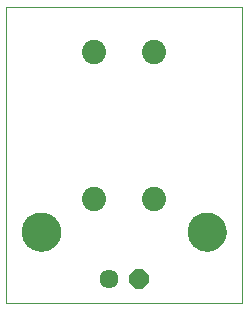
<source format=gbs>
G75*
%MOIN*%
%OFA0B0*%
%FSLAX25Y25*%
%IPPOS*%
%LPD*%
%AMOC8*
5,1,8,0,0,1.08239X$1,22.5*
%
%ADD10C,0.00000*%
%ADD11C,0.12998*%
%ADD12C,0.08077*%
%ADD13C,0.06337*%
%ADD14OC8,0.06337*%
D10*
X0001000Y0001000D02*
X0001000Y0099425D01*
X0079740Y0099425D01*
X0079740Y0001000D01*
X0001000Y0001000D01*
X0006512Y0024622D02*
X0006514Y0024780D01*
X0006520Y0024938D01*
X0006530Y0025096D01*
X0006544Y0025254D01*
X0006562Y0025411D01*
X0006583Y0025568D01*
X0006609Y0025724D01*
X0006639Y0025880D01*
X0006672Y0026035D01*
X0006710Y0026188D01*
X0006751Y0026341D01*
X0006796Y0026493D01*
X0006845Y0026644D01*
X0006898Y0026793D01*
X0006954Y0026941D01*
X0007014Y0027087D01*
X0007078Y0027232D01*
X0007146Y0027375D01*
X0007217Y0027517D01*
X0007291Y0027657D01*
X0007369Y0027794D01*
X0007451Y0027930D01*
X0007535Y0028064D01*
X0007624Y0028195D01*
X0007715Y0028324D01*
X0007810Y0028451D01*
X0007907Y0028576D01*
X0008008Y0028698D01*
X0008112Y0028817D01*
X0008219Y0028934D01*
X0008329Y0029048D01*
X0008442Y0029159D01*
X0008557Y0029268D01*
X0008675Y0029373D01*
X0008796Y0029475D01*
X0008919Y0029575D01*
X0009045Y0029671D01*
X0009173Y0029764D01*
X0009303Y0029854D01*
X0009436Y0029940D01*
X0009571Y0030024D01*
X0009707Y0030103D01*
X0009846Y0030180D01*
X0009987Y0030252D01*
X0010129Y0030322D01*
X0010273Y0030387D01*
X0010419Y0030449D01*
X0010566Y0030507D01*
X0010715Y0030562D01*
X0010865Y0030613D01*
X0011016Y0030660D01*
X0011168Y0030703D01*
X0011321Y0030742D01*
X0011476Y0030778D01*
X0011631Y0030809D01*
X0011787Y0030837D01*
X0011943Y0030861D01*
X0012100Y0030881D01*
X0012258Y0030897D01*
X0012415Y0030909D01*
X0012574Y0030917D01*
X0012732Y0030921D01*
X0012890Y0030921D01*
X0013048Y0030917D01*
X0013207Y0030909D01*
X0013364Y0030897D01*
X0013522Y0030881D01*
X0013679Y0030861D01*
X0013835Y0030837D01*
X0013991Y0030809D01*
X0014146Y0030778D01*
X0014301Y0030742D01*
X0014454Y0030703D01*
X0014606Y0030660D01*
X0014757Y0030613D01*
X0014907Y0030562D01*
X0015056Y0030507D01*
X0015203Y0030449D01*
X0015349Y0030387D01*
X0015493Y0030322D01*
X0015635Y0030252D01*
X0015776Y0030180D01*
X0015915Y0030103D01*
X0016051Y0030024D01*
X0016186Y0029940D01*
X0016319Y0029854D01*
X0016449Y0029764D01*
X0016577Y0029671D01*
X0016703Y0029575D01*
X0016826Y0029475D01*
X0016947Y0029373D01*
X0017065Y0029268D01*
X0017180Y0029159D01*
X0017293Y0029048D01*
X0017403Y0028934D01*
X0017510Y0028817D01*
X0017614Y0028698D01*
X0017715Y0028576D01*
X0017812Y0028451D01*
X0017907Y0028324D01*
X0017998Y0028195D01*
X0018087Y0028064D01*
X0018171Y0027930D01*
X0018253Y0027794D01*
X0018331Y0027657D01*
X0018405Y0027517D01*
X0018476Y0027375D01*
X0018544Y0027232D01*
X0018608Y0027087D01*
X0018668Y0026941D01*
X0018724Y0026793D01*
X0018777Y0026644D01*
X0018826Y0026493D01*
X0018871Y0026341D01*
X0018912Y0026188D01*
X0018950Y0026035D01*
X0018983Y0025880D01*
X0019013Y0025724D01*
X0019039Y0025568D01*
X0019060Y0025411D01*
X0019078Y0025254D01*
X0019092Y0025096D01*
X0019102Y0024938D01*
X0019108Y0024780D01*
X0019110Y0024622D01*
X0019108Y0024464D01*
X0019102Y0024306D01*
X0019092Y0024148D01*
X0019078Y0023990D01*
X0019060Y0023833D01*
X0019039Y0023676D01*
X0019013Y0023520D01*
X0018983Y0023364D01*
X0018950Y0023209D01*
X0018912Y0023056D01*
X0018871Y0022903D01*
X0018826Y0022751D01*
X0018777Y0022600D01*
X0018724Y0022451D01*
X0018668Y0022303D01*
X0018608Y0022157D01*
X0018544Y0022012D01*
X0018476Y0021869D01*
X0018405Y0021727D01*
X0018331Y0021587D01*
X0018253Y0021450D01*
X0018171Y0021314D01*
X0018087Y0021180D01*
X0017998Y0021049D01*
X0017907Y0020920D01*
X0017812Y0020793D01*
X0017715Y0020668D01*
X0017614Y0020546D01*
X0017510Y0020427D01*
X0017403Y0020310D01*
X0017293Y0020196D01*
X0017180Y0020085D01*
X0017065Y0019976D01*
X0016947Y0019871D01*
X0016826Y0019769D01*
X0016703Y0019669D01*
X0016577Y0019573D01*
X0016449Y0019480D01*
X0016319Y0019390D01*
X0016186Y0019304D01*
X0016051Y0019220D01*
X0015915Y0019141D01*
X0015776Y0019064D01*
X0015635Y0018992D01*
X0015493Y0018922D01*
X0015349Y0018857D01*
X0015203Y0018795D01*
X0015056Y0018737D01*
X0014907Y0018682D01*
X0014757Y0018631D01*
X0014606Y0018584D01*
X0014454Y0018541D01*
X0014301Y0018502D01*
X0014146Y0018466D01*
X0013991Y0018435D01*
X0013835Y0018407D01*
X0013679Y0018383D01*
X0013522Y0018363D01*
X0013364Y0018347D01*
X0013207Y0018335D01*
X0013048Y0018327D01*
X0012890Y0018323D01*
X0012732Y0018323D01*
X0012574Y0018327D01*
X0012415Y0018335D01*
X0012258Y0018347D01*
X0012100Y0018363D01*
X0011943Y0018383D01*
X0011787Y0018407D01*
X0011631Y0018435D01*
X0011476Y0018466D01*
X0011321Y0018502D01*
X0011168Y0018541D01*
X0011016Y0018584D01*
X0010865Y0018631D01*
X0010715Y0018682D01*
X0010566Y0018737D01*
X0010419Y0018795D01*
X0010273Y0018857D01*
X0010129Y0018922D01*
X0009987Y0018992D01*
X0009846Y0019064D01*
X0009707Y0019141D01*
X0009571Y0019220D01*
X0009436Y0019304D01*
X0009303Y0019390D01*
X0009173Y0019480D01*
X0009045Y0019573D01*
X0008919Y0019669D01*
X0008796Y0019769D01*
X0008675Y0019871D01*
X0008557Y0019976D01*
X0008442Y0020085D01*
X0008329Y0020196D01*
X0008219Y0020310D01*
X0008112Y0020427D01*
X0008008Y0020546D01*
X0007907Y0020668D01*
X0007810Y0020793D01*
X0007715Y0020920D01*
X0007624Y0021049D01*
X0007535Y0021180D01*
X0007451Y0021314D01*
X0007369Y0021450D01*
X0007291Y0021587D01*
X0007217Y0021727D01*
X0007146Y0021869D01*
X0007078Y0022012D01*
X0007014Y0022157D01*
X0006954Y0022303D01*
X0006898Y0022451D01*
X0006845Y0022600D01*
X0006796Y0022751D01*
X0006751Y0022903D01*
X0006710Y0023056D01*
X0006672Y0023209D01*
X0006639Y0023364D01*
X0006609Y0023520D01*
X0006583Y0023676D01*
X0006562Y0023833D01*
X0006544Y0023990D01*
X0006530Y0024148D01*
X0006520Y0024306D01*
X0006514Y0024464D01*
X0006512Y0024622D01*
X0061630Y0024622D02*
X0061632Y0024780D01*
X0061638Y0024938D01*
X0061648Y0025096D01*
X0061662Y0025254D01*
X0061680Y0025411D01*
X0061701Y0025568D01*
X0061727Y0025724D01*
X0061757Y0025880D01*
X0061790Y0026035D01*
X0061828Y0026188D01*
X0061869Y0026341D01*
X0061914Y0026493D01*
X0061963Y0026644D01*
X0062016Y0026793D01*
X0062072Y0026941D01*
X0062132Y0027087D01*
X0062196Y0027232D01*
X0062264Y0027375D01*
X0062335Y0027517D01*
X0062409Y0027657D01*
X0062487Y0027794D01*
X0062569Y0027930D01*
X0062653Y0028064D01*
X0062742Y0028195D01*
X0062833Y0028324D01*
X0062928Y0028451D01*
X0063025Y0028576D01*
X0063126Y0028698D01*
X0063230Y0028817D01*
X0063337Y0028934D01*
X0063447Y0029048D01*
X0063560Y0029159D01*
X0063675Y0029268D01*
X0063793Y0029373D01*
X0063914Y0029475D01*
X0064037Y0029575D01*
X0064163Y0029671D01*
X0064291Y0029764D01*
X0064421Y0029854D01*
X0064554Y0029940D01*
X0064689Y0030024D01*
X0064825Y0030103D01*
X0064964Y0030180D01*
X0065105Y0030252D01*
X0065247Y0030322D01*
X0065391Y0030387D01*
X0065537Y0030449D01*
X0065684Y0030507D01*
X0065833Y0030562D01*
X0065983Y0030613D01*
X0066134Y0030660D01*
X0066286Y0030703D01*
X0066439Y0030742D01*
X0066594Y0030778D01*
X0066749Y0030809D01*
X0066905Y0030837D01*
X0067061Y0030861D01*
X0067218Y0030881D01*
X0067376Y0030897D01*
X0067533Y0030909D01*
X0067692Y0030917D01*
X0067850Y0030921D01*
X0068008Y0030921D01*
X0068166Y0030917D01*
X0068325Y0030909D01*
X0068482Y0030897D01*
X0068640Y0030881D01*
X0068797Y0030861D01*
X0068953Y0030837D01*
X0069109Y0030809D01*
X0069264Y0030778D01*
X0069419Y0030742D01*
X0069572Y0030703D01*
X0069724Y0030660D01*
X0069875Y0030613D01*
X0070025Y0030562D01*
X0070174Y0030507D01*
X0070321Y0030449D01*
X0070467Y0030387D01*
X0070611Y0030322D01*
X0070753Y0030252D01*
X0070894Y0030180D01*
X0071033Y0030103D01*
X0071169Y0030024D01*
X0071304Y0029940D01*
X0071437Y0029854D01*
X0071567Y0029764D01*
X0071695Y0029671D01*
X0071821Y0029575D01*
X0071944Y0029475D01*
X0072065Y0029373D01*
X0072183Y0029268D01*
X0072298Y0029159D01*
X0072411Y0029048D01*
X0072521Y0028934D01*
X0072628Y0028817D01*
X0072732Y0028698D01*
X0072833Y0028576D01*
X0072930Y0028451D01*
X0073025Y0028324D01*
X0073116Y0028195D01*
X0073205Y0028064D01*
X0073289Y0027930D01*
X0073371Y0027794D01*
X0073449Y0027657D01*
X0073523Y0027517D01*
X0073594Y0027375D01*
X0073662Y0027232D01*
X0073726Y0027087D01*
X0073786Y0026941D01*
X0073842Y0026793D01*
X0073895Y0026644D01*
X0073944Y0026493D01*
X0073989Y0026341D01*
X0074030Y0026188D01*
X0074068Y0026035D01*
X0074101Y0025880D01*
X0074131Y0025724D01*
X0074157Y0025568D01*
X0074178Y0025411D01*
X0074196Y0025254D01*
X0074210Y0025096D01*
X0074220Y0024938D01*
X0074226Y0024780D01*
X0074228Y0024622D01*
X0074226Y0024464D01*
X0074220Y0024306D01*
X0074210Y0024148D01*
X0074196Y0023990D01*
X0074178Y0023833D01*
X0074157Y0023676D01*
X0074131Y0023520D01*
X0074101Y0023364D01*
X0074068Y0023209D01*
X0074030Y0023056D01*
X0073989Y0022903D01*
X0073944Y0022751D01*
X0073895Y0022600D01*
X0073842Y0022451D01*
X0073786Y0022303D01*
X0073726Y0022157D01*
X0073662Y0022012D01*
X0073594Y0021869D01*
X0073523Y0021727D01*
X0073449Y0021587D01*
X0073371Y0021450D01*
X0073289Y0021314D01*
X0073205Y0021180D01*
X0073116Y0021049D01*
X0073025Y0020920D01*
X0072930Y0020793D01*
X0072833Y0020668D01*
X0072732Y0020546D01*
X0072628Y0020427D01*
X0072521Y0020310D01*
X0072411Y0020196D01*
X0072298Y0020085D01*
X0072183Y0019976D01*
X0072065Y0019871D01*
X0071944Y0019769D01*
X0071821Y0019669D01*
X0071695Y0019573D01*
X0071567Y0019480D01*
X0071437Y0019390D01*
X0071304Y0019304D01*
X0071169Y0019220D01*
X0071033Y0019141D01*
X0070894Y0019064D01*
X0070753Y0018992D01*
X0070611Y0018922D01*
X0070467Y0018857D01*
X0070321Y0018795D01*
X0070174Y0018737D01*
X0070025Y0018682D01*
X0069875Y0018631D01*
X0069724Y0018584D01*
X0069572Y0018541D01*
X0069419Y0018502D01*
X0069264Y0018466D01*
X0069109Y0018435D01*
X0068953Y0018407D01*
X0068797Y0018383D01*
X0068640Y0018363D01*
X0068482Y0018347D01*
X0068325Y0018335D01*
X0068166Y0018327D01*
X0068008Y0018323D01*
X0067850Y0018323D01*
X0067692Y0018327D01*
X0067533Y0018335D01*
X0067376Y0018347D01*
X0067218Y0018363D01*
X0067061Y0018383D01*
X0066905Y0018407D01*
X0066749Y0018435D01*
X0066594Y0018466D01*
X0066439Y0018502D01*
X0066286Y0018541D01*
X0066134Y0018584D01*
X0065983Y0018631D01*
X0065833Y0018682D01*
X0065684Y0018737D01*
X0065537Y0018795D01*
X0065391Y0018857D01*
X0065247Y0018922D01*
X0065105Y0018992D01*
X0064964Y0019064D01*
X0064825Y0019141D01*
X0064689Y0019220D01*
X0064554Y0019304D01*
X0064421Y0019390D01*
X0064291Y0019480D01*
X0064163Y0019573D01*
X0064037Y0019669D01*
X0063914Y0019769D01*
X0063793Y0019871D01*
X0063675Y0019976D01*
X0063560Y0020085D01*
X0063447Y0020196D01*
X0063337Y0020310D01*
X0063230Y0020427D01*
X0063126Y0020546D01*
X0063025Y0020668D01*
X0062928Y0020793D01*
X0062833Y0020920D01*
X0062742Y0021049D01*
X0062653Y0021180D01*
X0062569Y0021314D01*
X0062487Y0021450D01*
X0062409Y0021587D01*
X0062335Y0021727D01*
X0062264Y0021869D01*
X0062196Y0022012D01*
X0062132Y0022157D01*
X0062072Y0022303D01*
X0062016Y0022451D01*
X0061963Y0022600D01*
X0061914Y0022751D01*
X0061869Y0022903D01*
X0061828Y0023056D01*
X0061790Y0023209D01*
X0061757Y0023364D01*
X0061727Y0023520D01*
X0061701Y0023676D01*
X0061680Y0023833D01*
X0061662Y0023990D01*
X0061648Y0024148D01*
X0061638Y0024306D01*
X0061632Y0024464D01*
X0061630Y0024622D01*
D11*
X0067929Y0024622D03*
X0012811Y0024622D03*
D12*
X0030528Y0035449D03*
X0050213Y0035449D03*
X0050213Y0084661D03*
X0030528Y0084661D03*
D13*
X0035370Y0008874D03*
D14*
X0045370Y0008874D03*
M02*

</source>
